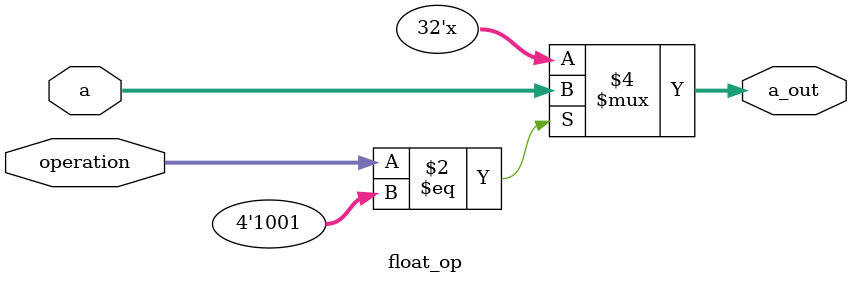
<source format=v>
`timescale 1ns / 1ps


module float_op(
    input [31:0] a,
    input [3:0] operation,
    output reg[31:0] a_out
    );
    
    always @(*) begin
        if(operation == 4'd9) begin
            a_out <= a;
        end
        else a_out <= 32'dz;
    end
endmodule

</source>
